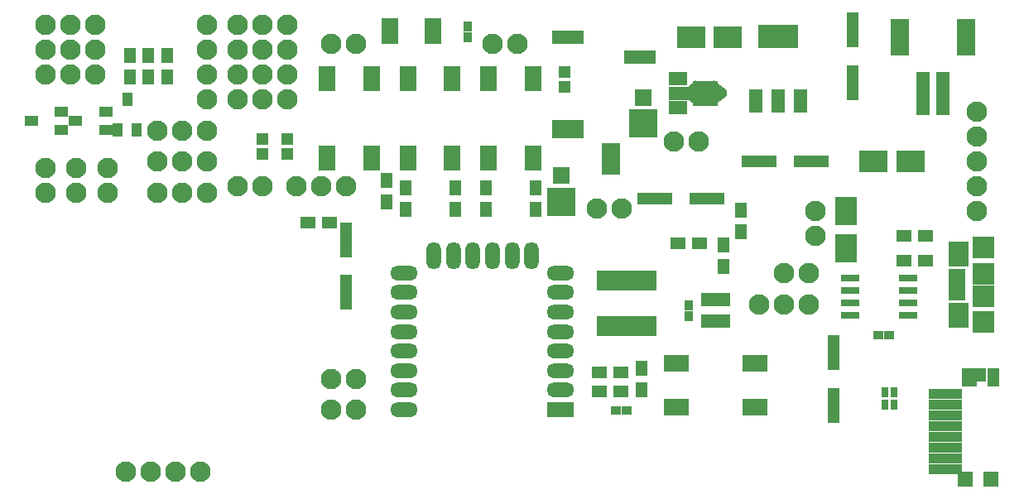
<source format=gbr>
G04 #@! TF.FileFunction,Soldermask,Top*
%FSLAX46Y46*%
G04 Gerber Fmt 4.6, Leading zero omitted, Abs format (unit mm)*
G04 Created by KiCad (PCBNEW 4.0.0-rc1-stable) date 18.11.2015 07:04:15*
%MOMM*%
G01*
G04 APERTURE LIST*
%ADD10C,0.020000*%
%ADD11R,2.940000X2.940000*%
%ADD12R,1.670000X1.670000*%
%ADD13R,1.197560X1.197560*%
%ADD14C,2.100000*%
%ADD15R,1.700000X0.700000*%
%ADD16R,2.900000X2.200000*%
%ADD17R,1.200000X3.600000*%
%ADD18R,3.600000X1.200000*%
%ADD19R,3.200000X1.400000*%
%ADD20R,3.200000X1.900000*%
%ADD21R,1.900000X3.200000*%
%ADD22R,2.200000X2.900000*%
%ADD23R,1.300000X1.600000*%
%ADD24R,1.900000X1.400000*%
%ADD25R,2.600000X2.600000*%
%ADD26R,2.800000X1.400000*%
%ADD27R,1.050000X1.460000*%
%ADD28R,2.500000X1.800000*%
%ADD29R,1.800000X2.500000*%
%ADD30R,1.600000X1.550000*%
%ADD31R,3.400000X1.100000*%
%ADD32R,1.600000X1.850000*%
%ADD33R,1.100000X1.400000*%
%ADD34R,1.300000X1.850000*%
%ADD35R,1.600000X1.300000*%
%ADD36R,4.057600X2.432000*%
%ADD37R,1.416000X2.432000*%
%ADD38R,1.400000X1.100000*%
%ADD39R,1.900000X3.800000*%
%ADD40R,1.400000X4.400000*%
%ADD41R,1.750000X0.800000*%
%ADD42R,2.000000X2.500000*%
%ADD43R,2.300000X2.200000*%
%ADD44R,6.100000X2.000000*%
%ADD45R,0.800000X1.000000*%
%ADD46R,1.900000X0.800000*%
%ADD47O,1.500000X2.800000*%
%ADD48R,2.800000X1.500000*%
%ADD49O,2.800000X1.500000*%
%ADD50R,0.900000X1.000000*%
%ADD51R,1.000000X0.900000*%
G04 APERTURE END LIST*
D10*
D11*
X63423800Y-11938000D03*
D12*
X63423800Y-9268000D03*
D13*
X55359300Y-8191500D03*
X55359300Y-6692900D03*
D14*
X75272900Y-30441900D03*
X77812900Y-30441900D03*
X80352900Y-30441900D03*
D13*
X27012900Y-15062200D03*
X27012900Y-13563600D03*
D15*
X41912900Y-3481900D03*
X41912900Y-2821900D03*
X41912900Y-2181900D03*
X41912900Y-1521900D03*
X37512900Y-2821900D03*
X37512900Y-2181900D03*
X37512900Y-1521900D03*
X37512900Y-3481900D03*
D16*
X72092900Y-3136900D03*
X68292900Y-3136900D03*
D17*
X33037900Y-23826900D03*
X33037900Y-29226900D03*
D18*
X80639900Y-15836900D03*
X75239900Y-15836900D03*
X69971900Y-19646900D03*
X64571900Y-19646900D03*
D17*
X82892900Y-40761900D03*
X82892900Y-35361900D03*
X84797900Y-2341900D03*
X84797900Y-7741900D03*
D19*
X55697900Y-3136900D03*
X63097900Y-5136900D03*
D20*
X55697900Y-12536900D03*
D21*
X60147900Y-15536900D03*
D22*
X84162900Y-24721900D03*
X84162900Y-20921900D03*
D16*
X90761900Y-15836900D03*
X86961900Y-15836900D03*
D14*
X10502900Y-47586900D03*
X13042900Y-47586900D03*
X15582900Y-47586900D03*
X18122900Y-47586900D03*
D23*
X14693900Y-4957900D03*
X14693900Y-7157900D03*
X10883900Y-4957900D03*
X10883900Y-7157900D03*
X12788900Y-4957900D03*
X12788900Y-7157900D03*
D24*
X66977900Y-7351900D03*
D10*
G36*
X67527900Y-8551900D02*
X68827900Y-7551900D01*
X68827900Y-10151900D01*
X67527900Y-9151900D01*
X67527900Y-8551900D01*
X67527900Y-8551900D01*
G37*
G36*
X70627900Y-7551900D02*
X71927900Y-8551900D01*
X71927900Y-9151900D01*
X70627900Y-10151900D01*
X70627900Y-7551900D01*
X70627900Y-7551900D01*
G37*
D25*
X69727900Y-8851900D03*
D26*
X67427900Y-8851900D03*
D24*
X66977900Y-10351900D03*
D27*
X69877900Y-32176900D03*
X70827900Y-32176900D03*
X71777900Y-32176900D03*
X71777900Y-29976900D03*
X69877900Y-29976900D03*
X70827900Y-29976900D03*
D28*
X66777900Y-40946900D03*
X74877900Y-40946900D03*
X66777900Y-36446900D03*
X74877900Y-36446900D03*
D29*
X39367900Y-7341900D03*
X39367900Y-15441900D03*
X43867900Y-7341900D03*
X43867900Y-15441900D03*
X47622900Y-7341900D03*
X47622900Y-15441900D03*
X52122900Y-7341900D03*
X52122900Y-15441900D03*
X31112900Y-7341900D03*
X31112900Y-15441900D03*
X35612900Y-7341900D03*
X35612900Y-15441900D03*
D30*
X98957900Y-48366900D03*
D31*
X94317900Y-41816900D03*
X94317900Y-39616900D03*
X94317900Y-40716900D03*
X94317900Y-42916900D03*
X94317900Y-44016900D03*
X94317900Y-45116900D03*
X94317900Y-46216900D03*
X94317900Y-47316900D03*
D30*
X96367900Y-48366900D03*
D32*
X96807900Y-37891900D03*
D33*
X97957900Y-37666900D03*
D34*
X99257900Y-37891900D03*
D35*
X90047900Y-25996900D03*
X92247900Y-25996900D03*
X92247900Y-23456900D03*
X90047900Y-23456900D03*
X58932900Y-37426900D03*
X61132900Y-37426900D03*
D23*
X63207900Y-39161900D03*
X63207900Y-36961900D03*
D35*
X66933900Y-24218900D03*
X69133900Y-24218900D03*
D23*
X73367900Y-20832900D03*
X73367900Y-23032900D03*
X71589900Y-24388900D03*
X71589900Y-26588900D03*
D35*
X61132900Y-39331900D03*
X58932900Y-39331900D03*
D23*
X44157900Y-20746900D03*
X44157900Y-18546900D03*
X39077900Y-20746900D03*
X39077900Y-18546900D03*
X52412900Y-20746900D03*
X52412900Y-18546900D03*
X47332900Y-20746900D03*
X47332900Y-18546900D03*
D35*
X31287900Y-22076900D03*
X29087900Y-22076900D03*
D23*
X37187900Y-17726900D03*
X37187900Y-19926900D03*
D36*
X77177900Y-3009900D03*
D37*
X77177900Y-9613900D03*
X79463900Y-9613900D03*
X74891900Y-9613900D03*
D33*
X10629900Y-9460900D03*
X9679900Y-12560900D03*
X11579900Y-12560900D03*
D38*
X5325780Y-11645900D03*
X8425780Y-12595900D03*
X8425780Y-10695900D03*
X824900Y-11645900D03*
X3924900Y-12595900D03*
X3924900Y-10695900D03*
D39*
X96402900Y-3101900D03*
D40*
X92052900Y-8851900D03*
X94052900Y-8851900D03*
D39*
X89702900Y-3101900D03*
D14*
X21932900Y-9486900D03*
X21932900Y-6946900D03*
X21932900Y-4406900D03*
X21932900Y-1866900D03*
X24472900Y-9486900D03*
X24472900Y-6946900D03*
X24472900Y-4406900D03*
X24472900Y-1866900D03*
X27012900Y-9486900D03*
X27012900Y-6946900D03*
X27012900Y-4406900D03*
X27012900Y-1866900D03*
X2247900Y-6946900D03*
X2247900Y-4406900D03*
X2247900Y-1866900D03*
X18757900Y-9486900D03*
X18757900Y-6946900D03*
X18757900Y-4406900D03*
X18757900Y-1866900D03*
X4787900Y-6946900D03*
X4787900Y-4406900D03*
X4787900Y-1866900D03*
X7327900Y-6946900D03*
X7327900Y-4406900D03*
X7327900Y-1866900D03*
X97497900Y-10756900D03*
X97497900Y-13296900D03*
X97497900Y-15836900D03*
X97497900Y-18376900D03*
X97497900Y-20916900D03*
D41*
X95542900Y-27136900D03*
X95542900Y-27786900D03*
X95542900Y-29736900D03*
X95542900Y-29086900D03*
D42*
X95692900Y-31536900D03*
X95692900Y-25336900D03*
D43*
X98217900Y-29586900D03*
X98217900Y-27286900D03*
X98217900Y-32236900D03*
X98217900Y-24636900D03*
D41*
X95542900Y-28436900D03*
D44*
X61683900Y-32664900D03*
X61683900Y-27964900D03*
D45*
X89057900Y-40716900D03*
X88157900Y-40716900D03*
X88157900Y-39446900D03*
X89057900Y-39446900D03*
D14*
X69049900Y-13804900D03*
X66509900Y-13804900D03*
X47967900Y-3771900D03*
X50507900Y-3771900D03*
X31457900Y-38061900D03*
X33997900Y-38061900D03*
X33997900Y-41236900D03*
X31457900Y-41236900D03*
X80352900Y-27266900D03*
X77812900Y-27266900D03*
X58635900Y-20662900D03*
X61175900Y-20662900D03*
X80987900Y-23456900D03*
X80987900Y-20916900D03*
X31457900Y-3771900D03*
X33997900Y-3771900D03*
X27957900Y-18376900D03*
X30497900Y-18376900D03*
X33037900Y-18376900D03*
X24472900Y-18376900D03*
X21932900Y-18376900D03*
X2247900Y-16471900D03*
X2247900Y-19011900D03*
X5422900Y-16471900D03*
X5422900Y-19011900D03*
X8597900Y-16471900D03*
X8597900Y-19011900D03*
X13677900Y-12661900D03*
X16217900Y-12661900D03*
X18757900Y-12661900D03*
X13677900Y-15836900D03*
X16217900Y-15836900D03*
X18757900Y-15836900D03*
X13677900Y-19011900D03*
X16217900Y-19011900D03*
X18757900Y-19011900D03*
D46*
X84592900Y-27791900D03*
X84592900Y-29061900D03*
X84592900Y-30331900D03*
X84592900Y-31601900D03*
X90542900Y-27791900D03*
X90542900Y-29061900D03*
X90542900Y-30331900D03*
X90542900Y-31601900D03*
D47*
X51997900Y-25471900D03*
X49997900Y-25471900D03*
X47997900Y-25471900D03*
X45997900Y-25471900D03*
X43997900Y-25471900D03*
X41997900Y-25471900D03*
D48*
X54987900Y-41221900D03*
D49*
X54987900Y-39221900D03*
X54987900Y-37221900D03*
X54987900Y-35221900D03*
X54987900Y-33221900D03*
X54987900Y-31221900D03*
X54987900Y-29221900D03*
X54987900Y-27221900D03*
X38987900Y-27221900D03*
X38987900Y-29221900D03*
X38987900Y-31221900D03*
X38987900Y-33221900D03*
X38987900Y-35221900D03*
X38987900Y-37221900D03*
X38987900Y-39221900D03*
X38987900Y-41221900D03*
D13*
X24472900Y-15062200D03*
X24472900Y-13563600D03*
D50*
X45487900Y-3076900D03*
X45487900Y-1976900D03*
D51*
X88522900Y-33616900D03*
X87422900Y-33616900D03*
X61687900Y-41276900D03*
X60587900Y-41276900D03*
D50*
X68033900Y-31626900D03*
X68033900Y-30526900D03*
D11*
X55067200Y-19939000D03*
D12*
X55067200Y-17269000D03*
M02*

</source>
